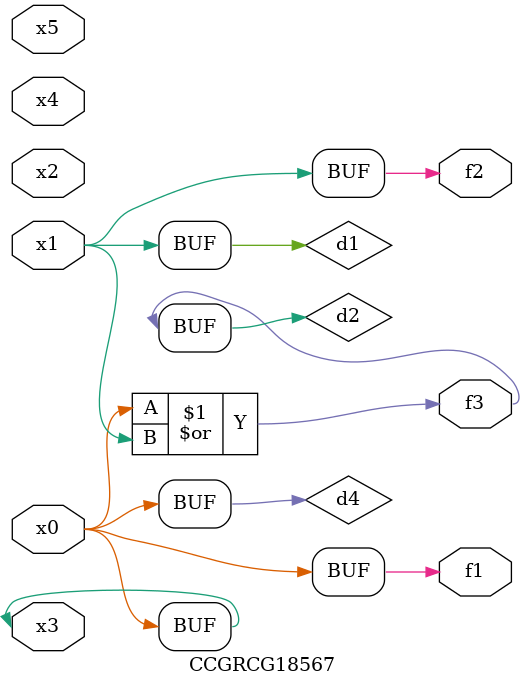
<source format=v>
module CCGRCG18567(
	input x0, x1, x2, x3, x4, x5,
	output f1, f2, f3
);

	wire d1, d2, d3, d4;

	and (d1, x1);
	or (d2, x0, x1);
	nand (d3, x0, x5);
	buf (d4, x0, x3);
	assign f1 = d4;
	assign f2 = d1;
	assign f3 = d2;
endmodule

</source>
